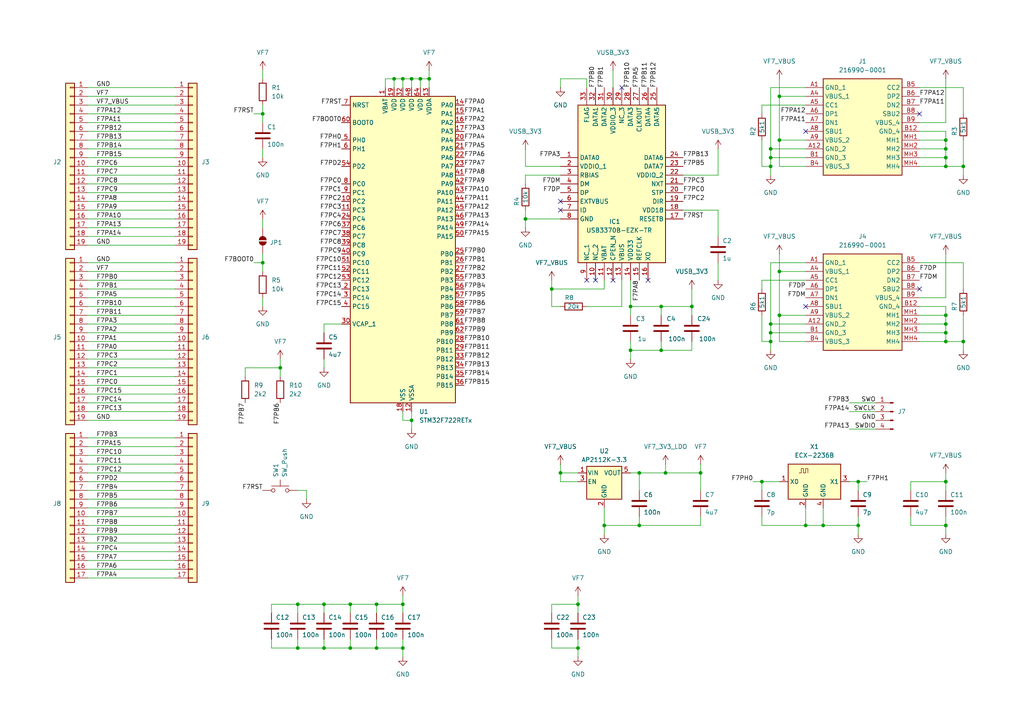
<source format=kicad_sch>
(kicad_sch (version 20231120) (generator "eeschema") (generator_version "8.0")
  (paper "A4")
  (junction (at 274.32 40.64))
  (junction (at 274.32 139.7))
  (junction (at 233.68 152.4))
  (junction (at 223.52 99.06))
  (junction (at 109.22 175.26))
  (junction (at 274.32 96.52))
  (junction (at 200.66 88.9))
  (junction (at 238.76 152.4))
  (junction (at 191.77 88.9))
  (junction (at 223.52 93.98))
  (junction (at 116.84 175.26))
  (junction (at 160.02 83.82))
  (junction (at 175.26 152.4))
  (junction (at 279.4 99.06))
  (junction (at 81.28 106.68))
  (junction (at 226.06 78.74))
  (junction (at 274.32 152.4))
  (junction (at 274.32 45.72))
  (junction (at 185.42 137.16))
  (junction (at 223.52 43.18))
  (junction (at 220.98 139.7))
  (junction (at 162.56 137.16))
  (junction (at 124.46 22.86))
  (junction (at 203.2 137.16))
  (junction (at 109.22 187.96))
  (junction (at 248.92 152.4))
  (junction (at 93.98 175.26))
  (junction (at 76.2 76.2))
  (junction (at 119.38 121.92))
  (junction (at 223.52 45.72))
  (junction (at 121.92 22.86))
  (junction (at 274.32 91.44))
  (junction (at 226.06 27.94))
  (junction (at 279.4 48.26))
  (junction (at 226.06 91.44))
  (junction (at 152.4 63.5))
  (junction (at 116.84 187.96))
  (junction (at 223.52 48.26))
  (junction (at 93.98 187.96))
  (junction (at 114.3 22.86))
  (junction (at 116.84 22.86))
  (junction (at 191.77 101.6))
  (junction (at 274.32 43.18))
  (junction (at 223.52 96.52))
  (junction (at 167.64 175.26))
  (junction (at 167.64 187.96))
  (junction (at 182.88 101.6))
  (junction (at 274.32 99.06))
  (junction (at 86.36 175.26))
  (junction (at 274.32 93.98))
  (junction (at 86.36 187.96))
  (junction (at 76.2 33.02))
  (junction (at 226.06 40.64))
  (junction (at 193.04 137.16))
  (junction (at 101.6 187.96))
  (junction (at 185.42 152.4))
  (junction (at 101.6 175.26))
  (junction (at 182.88 88.9))
  (junction (at 248.92 139.7))
  (junction (at 274.32 48.26))
  (junction (at 119.38 22.86))
  (no_connect (at 177.8 81.28))
  (no_connect (at 266.7 33.02))
  (no_connect (at 266.7 83.82))
  (no_connect (at 233.68 88.9))
  (no_connect (at 233.68 38.1))
  (no_connect (at 162.56 58.42))
  (no_connect (at 180.34 25.4))
  (no_connect (at 162.56 60.96))
  (no_connect (at 187.96 81.28))
  (no_connect (at 170.18 81.28))
  (no_connect (at 172.72 81.28))
  (wire (pts (xy 274.32 45.72) (xy 274.32 43.18)))
  (wire (pts (xy 162.56 134.62) (xy 162.56 137.16)))
  (wire (pts (xy 264.16 139.7) (xy 274.32 139.7)))
  (wire (pts (xy 274.32 38.1) (xy 266.7 38.1)))
  (wire (pts (xy 25.4 40.64) (xy 50.8 40.64)))
  (wire (pts (xy 162.56 139.7) (xy 167.64 139.7)))
  (wire (pts (xy 50.8 167.64) (xy 25.4 167.64)))
  (wire (pts (xy 86.36 142.24) (xy 88.9 142.24)))
  (wire (pts (xy 50.8 129.54) (xy 25.4 129.54)))
  (wire (pts (xy 167.64 185.42) (xy 167.64 187.96)))
  (wire (pts (xy 50.8 165.1) (xy 25.4 165.1)))
  (wire (pts (xy 226.06 99.06) (xy 226.06 91.44)))
  (wire (pts (xy 274.32 152.4) (xy 274.32 149.86)))
  (wire (pts (xy 185.42 137.16) (xy 193.04 137.16)))
  (wire (pts (xy 160.02 88.9) (xy 162.56 88.9)))
  (wire (pts (xy 182.88 137.16) (xy 185.42 137.16)))
  (wire (pts (xy 73.66 33.02) (xy 76.2 33.02)))
  (wire (pts (xy 50.8 111.76) (xy 25.4 111.76)))
  (wire (pts (xy 88.9 142.24) (xy 88.9 144.78)))
  (wire (pts (xy 50.8 91.44) (xy 25.4 91.44)))
  (wire (pts (xy 160.02 175.26) (xy 160.02 177.8)))
  (wire (pts (xy 50.8 81.28) (xy 25.4 81.28)))
  (wire (pts (xy 76.2 73.66) (xy 76.2 76.2)))
  (wire (pts (xy 223.52 45.72) (xy 233.68 45.72)))
  (wire (pts (xy 220.98 48.26) (xy 223.52 48.26)))
  (wire (pts (xy 279.4 48.26) (xy 279.4 40.64)))
  (wire (pts (xy 233.68 43.18) (xy 223.52 43.18)))
  (wire (pts (xy 266.7 99.06) (xy 274.32 99.06)))
  (wire (pts (xy 203.2 137.16) (xy 193.04 137.16)))
  (wire (pts (xy 274.32 96.52) (xy 274.32 93.98)))
  (wire (pts (xy 50.8 104.14) (xy 25.4 104.14)))
  (wire (pts (xy 233.68 91.44) (xy 226.06 91.44)))
  (wire (pts (xy 93.98 104.14) (xy 93.98 106.68)))
  (wire (pts (xy 220.98 149.86) (xy 220.98 152.4)))
  (wire (pts (xy 50.8 93.98) (xy 25.4 93.98)))
  (wire (pts (xy 50.8 127) (xy 25.4 127)))
  (wire (pts (xy 223.52 25.4) (xy 223.52 43.18)))
  (wire (pts (xy 50.8 139.7) (xy 25.4 139.7)))
  (wire (pts (xy 233.68 25.4) (xy 223.52 25.4)))
  (wire (pts (xy 200.66 83.82) (xy 200.66 88.9)))
  (wire (pts (xy 279.4 33.02) (xy 279.4 25.4)))
  (wire (pts (xy 50.8 78.74) (xy 25.4 78.74)))
  (wire (pts (xy 246.38 124.46) (xy 254 124.46)))
  (wire (pts (xy 121.92 22.86) (xy 121.92 25.4)))
  (wire (pts (xy 279.4 76.2) (xy 266.7 76.2)))
  (wire (pts (xy 177.8 20.32) (xy 177.8 25.4)))
  (wire (pts (xy 266.7 40.64) (xy 274.32 40.64)))
  (wire (pts (xy 266.7 45.72) (xy 274.32 45.72)))
  (wire (pts (xy 25.4 33.02) (xy 50.8 33.02)))
  (wire (pts (xy 274.32 86.36) (xy 274.32 73.66)))
  (wire (pts (xy 191.77 101.6) (xy 191.77 99.06)))
  (wire (pts (xy 50.8 96.52) (xy 25.4 96.52)))
  (wire (pts (xy 116.84 22.86) (xy 119.38 22.86)))
  (wire (pts (xy 152.4 63.5) (xy 152.4 66.04)))
  (wire (pts (xy 274.32 91.44) (xy 274.32 88.9)))
  (wire (pts (xy 50.8 160.02) (xy 25.4 160.02)))
  (wire (pts (xy 152.4 48.26) (xy 162.56 48.26)))
  (wire (pts (xy 274.32 93.98) (xy 274.32 91.44)))
  (wire (pts (xy 233.68 147.32) (xy 233.68 152.4)))
  (wire (pts (xy 50.8 142.24) (xy 25.4 142.24)))
  (wire (pts (xy 119.38 121.92) (xy 116.84 121.92)))
  (wire (pts (xy 162.56 22.86) (xy 170.18 22.86)))
  (wire (pts (xy 220.98 81.28) (xy 233.68 81.28)))
  (wire (pts (xy 114.3 25.4) (xy 114.3 22.86)))
  (wire (pts (xy 220.98 30.48) (xy 233.68 30.48)))
  (wire (pts (xy 233.68 152.4) (xy 238.76 152.4)))
  (wire (pts (xy 223.52 76.2) (xy 223.52 93.98)))
  (wire (pts (xy 185.42 149.86) (xy 185.42 152.4)))
  (wire (pts (xy 25.4 58.42) (xy 50.8 58.42)))
  (wire (pts (xy 220.98 139.7) (xy 226.06 139.7)))
  (wire (pts (xy 233.68 78.74) (xy 226.06 78.74)))
  (wire (pts (xy 233.68 99.06) (xy 226.06 99.06)))
  (wire (pts (xy 50.8 114.3) (xy 25.4 114.3)))
  (wire (pts (xy 208.28 60.96) (xy 208.28 68.58)))
  (wire (pts (xy 81.28 106.68) (xy 81.28 109.22)))
  (wire (pts (xy 167.64 172.72) (xy 167.64 175.26)))
  (wire (pts (xy 233.68 76.2) (xy 223.52 76.2)))
  (wire (pts (xy 124.46 25.4) (xy 124.46 22.86)))
  (wire (pts (xy 116.84 187.96) (xy 116.84 190.5)))
  (wire (pts (xy 78.74 175.26) (xy 78.74 177.8)))
  (wire (pts (xy 274.32 152.4) (xy 264.16 152.4)))
  (wire (pts (xy 182.88 91.44) (xy 182.88 88.9)))
  (wire (pts (xy 274.32 152.4) (xy 274.32 154.94)))
  (wire (pts (xy 76.2 43.18) (xy 76.2 45.72)))
  (wire (pts (xy 208.28 43.18) (xy 208.28 50.8)))
  (wire (pts (xy 167.64 175.26) (xy 160.02 175.26)))
  (wire (pts (xy 170.18 88.9) (xy 180.34 88.9)))
  (wire (pts (xy 246.38 139.7) (xy 248.92 139.7)))
  (wire (pts (xy 50.8 86.36) (xy 25.4 86.36)))
  (wire (pts (xy 279.4 25.4) (xy 266.7 25.4)))
  (wire (pts (xy 274.32 99.06) (xy 274.32 96.52)))
  (wire (pts (xy 50.8 88.9) (xy 25.4 88.9)))
  (wire (pts (xy 223.52 96.52) (xy 233.68 96.52)))
  (wire (pts (xy 25.4 60.96) (xy 50.8 60.96)))
  (wire (pts (xy 25.4 38.1) (xy 50.8 38.1)))
  (wire (pts (xy 220.98 99.06) (xy 223.52 99.06)))
  (wire (pts (xy 200.66 101.6) (xy 191.77 101.6)))
  (wire (pts (xy 50.8 132.08) (xy 25.4 132.08)))
  (wire (pts (xy 93.98 175.26) (xy 93.98 177.8)))
  (wire (pts (xy 76.2 33.02) (xy 76.2 35.56)))
  (wire (pts (xy 152.4 50.8) (xy 162.56 50.8)))
  (wire (pts (xy 274.32 35.56) (xy 274.32 22.86)))
  (wire (pts (xy 160.02 81.28) (xy 160.02 83.82)))
  (wire (pts (xy 175.26 81.28) (xy 175.26 83.82)))
  (wire (pts (xy 175.26 83.82) (xy 160.02 83.82)))
  (wire (pts (xy 182.88 99.06) (xy 182.88 101.6)))
  (wire (pts (xy 109.22 175.26) (xy 101.6 175.26)))
  (wire (pts (xy 93.98 185.42) (xy 93.98 187.96)))
  (wire (pts (xy 208.28 76.2) (xy 208.28 81.28)))
  (wire (pts (xy 50.8 106.68) (xy 25.4 106.68)))
  (wire (pts (xy 203.2 152.4) (xy 203.2 149.86)))
  (wire (pts (xy 266.7 86.36) (xy 274.32 86.36)))
  (wire (pts (xy 226.06 27.94) (xy 226.06 22.86)))
  (wire (pts (xy 220.98 40.64) (xy 220.98 48.26)))
  (wire (pts (xy 101.6 175.26) (xy 101.6 177.8)))
  (wire (pts (xy 185.42 152.4) (xy 203.2 152.4)))
  (wire (pts (xy 264.16 149.86) (xy 264.16 152.4)))
  (wire (pts (xy 162.56 25.4) (xy 162.56 22.86)))
  (wire (pts (xy 101.6 187.96) (xy 109.22 187.96)))
  (wire (pts (xy 226.06 78.74) (xy 226.06 73.66)))
  (wire (pts (xy 220.98 91.44) (xy 220.98 99.06)))
  (wire (pts (xy 50.8 119.38) (xy 25.4 119.38)))
  (wire (pts (xy 50.8 137.16) (xy 25.4 137.16)))
  (wire (pts (xy 109.22 187.96) (xy 116.84 187.96)))
  (wire (pts (xy 50.8 109.22) (xy 25.4 109.22)))
  (wire (pts (xy 50.8 101.6) (xy 25.4 101.6)))
  (wire (pts (xy 246.38 119.38) (xy 254 119.38)))
  (wire (pts (xy 76.2 33.02) (xy 76.2 30.48)))
  (wire (pts (xy 50.8 134.62) (xy 25.4 134.62)))
  (wire (pts (xy 116.84 185.42) (xy 116.84 187.96)))
  (wire (pts (xy 152.4 60.96) (xy 152.4 63.5)))
  (wire (pts (xy 167.64 187.96) (xy 167.64 190.5)))
  (wire (pts (xy 208.28 60.96) (xy 198.12 60.96)))
  (wire (pts (xy 116.84 119.38) (xy 116.84 121.92)))
  (wire (pts (xy 246.38 116.84) (xy 254 116.84)))
  (wire (pts (xy 274.32 139.7) (xy 274.32 142.24)))
  (wire (pts (xy 193.04 134.62) (xy 193.04 137.16)))
  (wire (pts (xy 233.68 93.98) (xy 223.52 93.98)))
  (wire (pts (xy 191.77 88.9) (xy 200.66 88.9)))
  (wire (pts (xy 152.4 43.18) (xy 152.4 48.26)))
  (wire (pts (xy 279.4 99.06) (xy 279.4 91.44)))
  (wire (pts (xy 233.68 27.94) (xy 226.06 27.94)))
  (wire (pts (xy 101.6 185.42) (xy 101.6 187.96)))
  (wire (pts (xy 266.7 96.52) (xy 274.32 96.52)))
  (wire (pts (xy 274.32 43.18) (xy 274.32 40.64)))
  (wire (pts (xy 233.68 48.26) (xy 226.06 48.26)))
  (wire (pts (xy 25.4 48.26) (xy 50.8 48.26)))
  (wire (pts (xy 86.36 187.96) (xy 93.98 187.96)))
  (wire (pts (xy 226.06 48.26) (xy 226.06 40.64)))
  (wire (pts (xy 25.4 27.94) (xy 50.8 27.94)))
  (wire (pts (xy 50.8 147.32) (xy 25.4 147.32)))
  (wire (pts (xy 182.88 101.6) (xy 191.77 101.6)))
  (wire (pts (xy 200.66 88.9) (xy 200.66 91.44)))
  (wire (pts (xy 233.68 40.64) (xy 226.06 40.64)))
  (wire (pts (xy 25.4 63.5) (xy 50.8 63.5)))
  (wire (pts (xy 162.56 63.5) (xy 152.4 63.5)))
  (wire (pts (xy 25.4 35.56) (xy 50.8 35.56)))
  (wire (pts (xy 71.12 106.68) (xy 71.12 109.22)))
  (wire (pts (xy 223.52 43.18) (xy 223.52 45.72)))
  (wire (pts (xy 274.32 40.64) (xy 274.32 38.1)))
  (wire (pts (xy 81.28 106.68) (xy 71.12 106.68)))
  (wire (pts (xy 78.74 185.42) (xy 78.74 187.96)))
  (wire (pts (xy 76.2 20.32) (xy 76.2 22.86)))
  (wire (pts (xy 119.38 22.86) (xy 121.92 22.86)))
  (wire (pts (xy 223.52 50.8) (xy 223.52 48.26)))
  (wire (pts (xy 76.2 76.2) (xy 76.2 78.74)))
  (wire (pts (xy 93.98 96.52) (xy 93.98 93.98)))
  (wire (pts (xy 78.74 187.96) (xy 86.36 187.96)))
  (wire (pts (xy 175.26 152.4) (xy 185.42 152.4)))
  (wire (pts (xy 119.38 119.38) (xy 119.38 121.92)))
  (wire (pts (xy 116.84 175.26) (xy 109.22 175.26)))
  (wire (pts (xy 218.44 139.7) (xy 220.98 139.7)))
  (wire (pts (xy 160.02 187.96) (xy 167.64 187.96)))
  (wire (pts (xy 73.66 76.2) (xy 76.2 76.2)))
  (wire (pts (xy 226.06 91.44) (xy 226.06 78.74)))
  (wire (pts (xy 25.4 66.04) (xy 50.8 66.04)))
  (wire (pts (xy 248.92 152.4) (xy 248.92 154.94)))
  (wire (pts (xy 266.7 43.18) (xy 274.32 43.18)))
  (wire (pts (xy 220.98 152.4) (xy 233.68 152.4)))
  (wire (pts (xy 248.92 139.7) (xy 248.92 142.24)))
  (wire (pts (xy 162.56 137.16) (xy 162.56 139.7)))
  (wire (pts (xy 76.2 63.5) (xy 76.2 66.04)))
  (wire (pts (xy 279.4 83.82) (xy 279.4 76.2)))
  (wire (pts (xy 266.7 48.26) (xy 274.32 48.26)))
  (wire (pts (xy 200.66 99.06) (xy 200.66 101.6)))
  (wire (pts (xy 119.38 22.86) (xy 119.38 25.4)))
  (wire (pts (xy 25.4 43.18) (xy 50.8 43.18)))
  (wire (pts (xy 182.88 101.6) (xy 182.88 104.14)))
  (wire (pts (xy 160.02 83.82) (xy 160.02 88.9)))
  (wire (pts (xy 50.8 162.56) (xy 25.4 162.56)))
  (wire (pts (xy 175.26 152.4) (xy 175.26 154.94)))
  (wire (pts (xy 160.02 185.42) (xy 160.02 187.96)))
  (wire (pts (xy 81.28 104.14) (xy 81.28 106.68)))
  (wire (pts (xy 203.2 137.16) (xy 203.2 142.24)))
  (wire (pts (xy 116.84 172.72) (xy 116.84 175.26)))
  (wire (pts (xy 180.34 88.9) (xy 180.34 81.28)))
  (wire (pts (xy 274.32 48.26) (xy 274.32 45.72)))
  (wire (pts (xy 25.4 71.12) (xy 50.8 71.12)))
  (wire (pts (xy 93.98 175.26) (xy 86.36 175.26)))
  (wire (pts (xy 25.4 45.72) (xy 50.8 45.72)))
  (wire (pts (xy 182.88 81.28) (xy 182.88 88.9)))
  (wire (pts (xy 109.22 175.26) (xy 109.22 177.8)))
  (wire (pts (xy 111.76 22.86) (xy 114.3 22.86)))
  (wire (pts (xy 185.42 137.16) (xy 185.42 142.24)))
  (wire (pts (xy 116.84 175.26) (xy 116.84 177.8)))
  (wire (pts (xy 248.92 139.7) (xy 251.46 139.7)))
  (wire (pts (xy 238.76 147.32) (xy 238.76 152.4)))
  (wire (pts (xy 223.52 93.98) (xy 223.52 96.52)))
  (wire (pts (xy 50.8 116.84) (xy 25.4 116.84)))
  (wire (pts (xy 248.92 152.4) (xy 248.92 149.86)))
  (wire (pts (xy 266.7 35.56) (xy 274.32 35.56)))
  (wire (pts (xy 274.32 88.9) (xy 266.7 88.9)))
  (wire (pts (xy 279.4 99.06) (xy 279.4 101.6)))
  (wire (pts (xy 208.28 50.8) (xy 198.12 50.8)))
  (wire (pts (xy 50.8 121.92) (xy 25.4 121.92)))
  (wire (pts (xy 50.8 99.06) (xy 25.4 99.06)))
  (wire (pts (xy 124.46 22.86) (xy 121.92 22.86)))
  (wire (pts (xy 167.64 175.26) (xy 167.64 177.8)))
  (wire (pts (xy 182.88 88.9) (xy 191.77 88.9)))
  (wire (pts (xy 191.77 88.9) (xy 191.77 91.44)))
  (wire (pts (xy 25.4 25.4) (xy 50.8 25.4)))
  (wire (pts (xy 264.16 139.7) (xy 264.16 142.24)))
  (wire (pts (xy 50.8 83.82) (xy 25.4 83.82)))
  (wire (pts (xy 86.36 185.42) (xy 86.36 187.96)))
  (wire (pts (xy 25.4 68.58) (xy 50.8 68.58)))
  (wire (pts (xy 220.98 83.82) (xy 220.98 81.28)))
  (wire (pts (xy 119.38 121.92) (xy 119.38 124.46)))
  (wire (pts (xy 220.98 139.7) (xy 220.98 142.24)))
  (wire (pts (xy 50.8 149.86) (xy 25.4 149.86)))
  (wire (pts (xy 226.06 40.64) (xy 226.06 27.94)))
  (wire (pts (xy 25.4 50.8) (xy 50.8 50.8)))
  (wire (pts (xy 111.76 25.4) (xy 111.76 22.86)))
  (wire (pts (xy 50.8 154.94) (xy 25.4 154.94)))
  (wire (pts (xy 101.6 175.26) (xy 93.98 175.26)))
  (wire (pts (xy 279.4 48.26) (xy 279.4 50.8)))
  (wire (pts (xy 25.4 55.88) (xy 50.8 55.88)))
  (wire (pts (xy 86.36 175.26) (xy 78.74 175.26)))
  (wire (pts (xy 223.52 48.26) (xy 223.52 45.72)))
  (wire (pts (xy 266.7 93.98) (xy 274.32 93.98)))
  (wire (pts (xy 93.98 187.96) (xy 101.6 187.96)))
  (wire (pts (xy 93.98 93.98) (xy 99.06 93.98)))
  (wire (pts (xy 175.26 147.32) (xy 175.26 152.4)))
  (wire (pts (xy 76.2 86.36) (xy 76.2 88.9)))
  (wire (pts (xy 223.52 99.06) (xy 223.52 96.52)))
  (wire (pts (xy 50.8 76.2) (xy 25.4 76.2)))
  (wire (pts (xy 25.4 53.34) (xy 50.8 53.34)))
  (wire (pts (xy 152.4 53.34) (xy 152.4 50.8)))
  (wire (pts (xy 266.7 91.44) (xy 274.32 91.44)))
  (wire (pts (xy 114.3 22.86) (xy 116.84 22.86)))
  (wire (pts (xy 50.8 152.4) (xy 25.4 152.4)))
  (wire (pts (xy 170.18 22.86) (xy 170.18 25.4)))
  (wire (pts (xy 116.84 22.86) (xy 116.84 25.4)))
  (wire (pts (xy 238.76 152.4) (xy 248.92 152.4)))
  (wire (pts (xy 167.64 137.16) (xy 162.56 137.16)))
  (wire (pts (xy 124.46 20.32) (xy 124.46 22.86)))
  (wire (pts (xy 220.98 33.02) (xy 220.98 30.48)))
  (wire (pts (xy 25.4 30.48) (xy 50.8 30.48)))
  (wire (pts (xy 50.8 157.48) (xy 25.4 157.48)))
  (wire (pts (xy 86.36 175.26) (xy 86.36 177.8)))
  (wire (pts (xy 274.32 99.06) (xy 279.4 99.06)))
  (wire (pts (xy 274.32 137.16) (xy 274.32 139.7)))
  (wire (pts (xy 274.32 48.26) (xy 279.4 48.26)))
  (wire (pts (xy 203.2 134.62) (xy 203.2 137.16)))
  (wire (pts (xy 50.8 144.78) (xy 25.4 144.78)))
  (wire (pts (xy 109.22 185.42) (xy 109.22 187.96)))
  (wire (pts (xy 223.52 101.6) (xy 223.52 99.06)))
  (label "VF7" (at 27.94 78.74 0))
  (label "F7PB11" (at 187.96 25.4 90))
  (label "F7PB3" (at 134.62 81.28 0))
  (label "F7PB7" (at 134.62 91.44 0))
  (label "F7DP" (at 233.68 83.82 180))
  (label "SWO" (at 254 116.84 180))
  (label "F7PB9" (at 27.94 154.94 0))
  (label "F7PA14" (at 134.62 66.04 0))
  (label "F7PC7" (at 99.06 68.58 180))
  (label "F7PA13" (at 246.38 124.46 180))
  (label "F7PA8" (at 27.94 58.42 0))
  (label "F7PB1" (at 175.26 25.4 90))
  (label "GND" (at 27.94 76.2 0))
  (label "F7PB5" (at 27.94 144.78 0))
  (label "F7PC1" (at 99.06 55.88 180))
  (label "F7PB12" (at 190.5 25.4 90))
  (label "F7PC0" (at 27.94 111.76 0))
  (label "F7PC6" (at 99.06 66.04 180))
  (label "F7PB7" (at 27.94 149.86 0))
  (label "F7PB1" (at 134.62 76.2 0))
  (label "F7PC3" (at 198.12 53.34 0))
  (label "F7PB0" (at 172.72 25.4 90))
  (label "F7PC15" (at 27.94 114.3 0))
  (label "F7PH1" (at 251.46 139.7 0))
  (label "F7PA7" (at 27.94 162.56 0))
  (label "F7PH0" (at 99.06 40.64 180))
  (label "F7PB0" (at 27.94 81.28 0))
  (label "F7PA2" (at 27.94 96.52 0))
  (label "F7PA11" (at 27.94 35.56 0))
  (label "F7PA11" (at 134.62 58.42 0))
  (label "F7PA1" (at 134.62 33.02 0))
  (label "F7PB6" (at 27.94 147.32 0))
  (label "F7PB15" (at 27.94 45.72 0))
  (label "F7PC8" (at 27.94 53.34 0))
  (label "F7PB9" (at 134.62 96.52 0))
  (label "F7RST" (at 198.12 63.5 0))
  (label "F7PB3" (at 246.38 116.84 180))
  (label "F7PC12" (at 99.06 81.28 180))
  (label "F7PB1" (at 27.94 83.82 0))
  (label "F7PC10" (at 99.06 76.2 180))
  (label "F7PA7" (at 134.62 48.26 0))
  (label "F7PA0" (at 27.94 101.6 0))
  (label "F7PB13" (at 134.62 106.68 0))
  (label "F7PC2" (at 99.06 58.42 180))
  (label "F7PA14" (at 27.94 68.58 0))
  (label "F7PA5" (at 185.42 25.4 90))
  (label "F7PB10" (at 182.88 25.4 90))
  (label "F7PC0" (at 198.12 55.88 0))
  (label "F7PB5" (at 134.62 86.36 0))
  (label "F7PC10" (at 27.94 132.08 0))
  (label "F7DM" (at 162.56 53.34 180))
  (label "SWDIO" (at 254 124.46 180))
  (label "F7PB12" (at 27.94 38.1 0))
  (label "F7PA6" (at 134.62 45.72 0))
  (label "GND" (at 27.94 71.12 0))
  (label "F7PC14" (at 27.94 116.84 0))
  (label "F7PA12" (at 266.7 27.94 0))
  (label "F7RST" (at 73.66 33.02 180))
  (label "F7PD2" (at 27.94 139.7 0))
  (label "F7PB10" (at 27.94 88.9 0))
  (label "F7PH0" (at 218.44 139.7 180))
  (label "F7DM" (at 233.68 86.36 180))
  (label "F7PA1" (at 27.94 99.06 0))
  (label "F7PC1" (at 27.94 109.22 0))
  (label "F7PC6" (at 27.94 48.26 0))
  (label "F7PB10" (at 134.62 99.06 0))
  (label "F7PB4" (at 134.62 83.82 0))
  (label "VF7_VBUS" (at 27.94 30.48 0))
  (label "F7PC13" (at 27.94 119.38 0))
  (label "F7RST" (at 99.06 30.48 180))
  (label "GND" (at 27.94 25.4 0))
  (label "VF7" (at 27.94 27.94 0))
  (label "F7PA13" (at 27.94 66.04 0))
  (label "F7PB2" (at 134.62 78.74 0))
  (label "F7PA12" (at 233.68 33.02 180))
  (label "GND" (at 254 121.92 180))
  (label "F7PB4" (at 27.94 142.24 0))
  (label "F7PB7" (at 71.12 116.84 270))
  (label "F7PA8" (at 185.42 81.28 270))
  (label "F7PD2" (at 99.06 48.26 180))
  (label "F7PB0" (at 134.62 73.66 0))
  (label "F7PA5" (at 27.94 86.36 0))
  (label "SWCLK" (at 254 119.38 180))
  (label "F7PB11" (at 134.62 101.6 0))
  (label "F7PB2" (at 27.94 157.48 0))
  (label "F7PB13" (at 27.94 40.64 0))
  (label "F7PB14" (at 27.94 43.18 0))
  (label "F7PA10" (at 134.62 55.88 0))
  (label "F7PB6" (at 81.28 116.84 270))
  (label "F7PA4" (at 134.62 40.64 0))
  (label "F7DP" (at 162.56 55.88 180))
  (label "F7PA6" (at 27.94 165.1 0))
  (label "F7PA3" (at 134.62 38.1 0))
  (label "F7PA11" (at 233.68 35.56 180))
  (label "F7PC12" (at 27.94 137.16 0))
  (label "F7PA15" (at 27.94 129.54 0))
  (label "F7PB3" (at 27.94 127 0))
  (label "F7PC9" (at 99.06 73.66 180))
  (label "F7PC3" (at 27.94 104.14 0))
  (label "F7BOOT0" (at 99.06 35.56 180))
  (label "F7PC0" (at 99.06 53.34 180))
  (label "F7PB13" (at 198.12 45.72 0))
  (label "F7PA14" (at 246.38 119.38 180))
  (label "F7PB12" (at 134.62 104.14 0))
  (label "F7PC2" (at 27.94 106.68 0))
  (label "F7PA4" (at 27.94 167.64 0))
  (label "F7PC8" (at 99.06 71.12 180))
  (label "F7PB6" (at 134.62 88.9 0))
  (label "F7PB11" (at 27.94 91.44 0))
  (label "F7PB8" (at 27.94 152.4 0))
  (label "F7PA2" (at 134.62 35.56 0))
  (label "F7PC2" (at 198.12 58.42 0))
  (label "F7PB5" (at 198.12 48.26 0))
  (label "F7PA13" (at 134.62 63.5 0))
  (label "F7PA3" (at 162.56 45.72 180))
  (label "F7DM" (at 266.7 81.28 0))
  (label "F7PA5" (at 134.62 43.18 0))
  (label "F7PC15" (at 99.06 88.9 180))
  (label "F7PB15" (at 134.62 111.76 0))
  (label "F7PA12" (at 134.62 60.96 0))
  (label "F7PC3" (at 99.06 60.96 180))
  (label "F7PC13" (at 99.06 83.82 180))
  (label "F7PA8" (at 134.62 50.8 0))
  (label "F7PC11" (at 99.06 78.74 180))
  (label "F7DP" (at 266.7 78.74 0))
  (label "F7PB14" (at 134.62 109.22 0))
  (label "F7PA9" (at 134.62 53.34 0))
  (label "F7PC4" (at 27.94 160.02 0))
  (label "F7BOOT0" (at 73.66 76.2 180))
  (label "F7PA9" (at 27.94 60.96 0))
  (label "F7PC9" (at 27.94 55.88 0))
  (label "F7PA12" (at 27.94 33.02 0))
  (label "F7PC7" (at 27.94 50.8 0))
  (label "F7PA10" (at 27.94 63.5 0))
  (label "F7PC11" (at 27.94 134.62 0))
  (label "F7PH1" (at 99.06 43.18 180))
  (label "F7RST" (at 76.2 142.24 180))
  (label "GND" (at 27.94 121.92 0))
  (label "F7PC14" (at 99.06 86.36 180))
  (label "F7PA3" (at 27.94 93.98 0))
  (label "F7PA11" (at 266.7 30.48 0))
  (label "F7PB8" (at 134.62 93.98 0))
  (label "F7PA0" (at 134.62 30.48 0))
  (label "F7PA15" (at 134.62 68.58 0))
  (label "F7PC4" (at 99.06 63.5 180))
  (symbol (lib_id "power:+3V3") (at 116.84 172.72 0) (unit 1)
    (property "Reference" "#PWR032" (effects (hide yes)))
    (property "Value" "VF7" (at 116.84 167.64 0))
    (property "Description" "Power symbol creates a global label with name \"+3V3\"" (effects (hide yes)))
  )
  (symbol (lib_id "power:+3V3") (at 76.2 63.5 0) (unit 1)
    (property "Reference" "#PWR012" (effects (hide yes)))
    (property "Value" "VF7" (at 76.2 58.42 0))
    (property "Description" "Power symbol creates a global label with name \"+3V3\"" (effects (hide yes)))
  )
  (symbol (lib_id "Device:C") (at 191.77 95.25 0) (unit 1)
    (property "Reference" "C4" (at 193.294 92.456 0) (effects (justify left)))
    (property "Value" "100n" (at 193.802 98.298 0) (effects (justify left)))
    (property "Footprint" "Capacitor_SMD:C_0402_1005Metric" (effects (hide yes)))
    (property "Description" "Unpolarized capacitor" (effects (hide yes)))
  )
  (symbol (lib_id "Device:R") (at 220.98 36.83 0) (unit 1)
    (property "Reference" "R2" (at 218.44 38.1 90))
    (property "Value" "5k1" (at 220.98 36.83 90))
    (property "Footprint" "Resistor_SMD:R_0402_1005Metric" (effects (hide yes)))
    (property "Description" "Resistor" (effects (hide yes)))
  )
  (symbol (lib_id "power:GND") (at 76.2 45.72 0) (unit 1)
    (property "Reference" "#PWR09" (effects (hide yes)))
    (property "Value" "GND" (at 76.2 50.8 0))
    (property "Description" "Power symbol creates a global label with name \"GND\" , ground" (effects (hide yes)))
  )
  (symbol (lib_id "USB3370B-EZK-TR:USB3370B-EZK-TR") (at 162.56 45.72 0) (unit 1)
    (property "Reference" "IC1" (at 178.308 64.262 0))
    (property "Value" "USB3370B-EZK-TR" (at 179.578 66.802 0))
    (property "Footprint" "Library:QFN50P500X500X100-33N-D" (effects (hide yes)))
    (property "Datasheet" "https://ww1.microchip.com/downloads/en/DeviceDoc/00001915B.pdf" (effects (hide yes)))
    (property "Description" "USB Interface IC USB 2.0 PHY 19.2MHz XTAL CLOCK FREQ" (effects (hide yes)))
    (property "Height" "1" (effects (hide yes)))
    (property "Mouser Part Number" "886-USB3370B-EZK-TR" (effects (hide yes)))
    (property "Mouser Price/Stock" "https://www.mouser.co.uk/ProductDetail/Microchip-Technology/USB3370B-EZK-TR?qs=pA5MXup5wxEDrRggPLSPxw%3D%3D" (effects (hide yes)))
    (property "Manufacturer_Name" "Microchip" (effects (hide yes)))
    (property "Manufacturer_Part_Number" "USB3370B-EZK-TR" (effects (hide yes)))
  )
  (symbol (lib_id "Device:R") (at 81.28 113.03 0) (unit 1)
    (property "Reference" "R10" (at 83.82 111.7599 0) (effects (justify left)))
    (property "Value" "2k2" (at 83.82 114.2999 0) (effects (justify left)))
    (property "Footprint" "Resistor_SMD:R_0402_1005Metric" (effects (hide yes)))
    (property "Description" "Resistor" (effects (hide yes)))
  )
  (symbol (lib_id "power:VDD") (at 274.32 73.66 0) (unit 1)
    (property "Reference" "#PWR015" (effects (hide yes)))
    (property "Value" "VF7_VBUS" (at 274.32 68.58 0))
    (property "Description" "Power symbol creates a global label with name \"VDD\"" (effects (hide yes)))
  )
  (symbol (lib_id "power:GND") (at 162.56 25.4 0) (unit 1)
    (property "Reference" "#PWR06" (effects (hide yes)))
    (property "Value" "GND" (at 162.56 30.48 0))
    (property "Description" "Power symbol creates a global label with name \"GND\" , ground" (effects (hide yes)))
  )
  (symbol (lib_id "power:+3V3") (at 193.04 134.62 0) (unit 1)
    (property "Reference" "#PWR027" (effects (hide yes)))
    (property "Value" "VF7_3V3_LDO" (at 193.04 129.54 0))
    (property "Description" "Power symbol creates a global label with name \"+3V3\"" (effects (hide yes)))
  )
  (symbol (lib_id "power:GND") (at 119.38 124.46 0) (unit 1)
    (property "Reference" "#PWR025" (effects (hide yes)))
    (property "Value" "GND" (at 119.38 129.54 0))
    (property "Description" "Power symbol creates a global label with name \"GND\" , ground" (effects (hide yes)))
  )
  (symbol (lib_id "power:GND") (at 223.52 50.8 0) (unit 1)
    (property "Reference" "#PWR010" (effects (hide yes)))
    (property "Value" "GND" (at 223.52 55.88 0))
    (property "Description" "Power symbol creates a global label with name \"GND\" , ground" (effects (hide yes)))
  )
  (symbol (lib_id "Device:C") (at 160.02 181.61 0) (unit 1)
    (property "Reference" "C22" (at 161.29 179.07 0) (effects (justify left)))
    (property "Value" "100n" (at 161.29 184.15 0) (effects (justify left)))
    (property "Footprint" "Capacitor_SMD:C_0402_1005Metric" (effects (hide yes)))
    (property "Description" "Unpolarized capacitor" (effects (hide yes)))
  )
  (symbol (lib_id "Connector_Generic:Conn_01x19") (at 20.32 48.26 0) (mirror y) (unit 1)
    (property "Reference" "J2" (at 17.78 46.9899 0) (effects (justify left)))
    (property "Value" "Conn_01x19" (effects (hide yes)))
    (property "Footprint" "Connector_PinHeader_2.54mm:PinHeader_1x19_P2.54mm_Vertical" (effects (hide yes)))
    (property "Description" "Generic connector, single row, 01x19, script generated (kicad-library-utils/schlib/autogen/connector/)" (effects (hide yes)))
  )
  (symbol (lib_id "power:+3V3") (at 76.2 20.32 0) (unit 1)
    (property "Reference" "#PWR01" (effects (hide yes)))
    (property "Value" "VF7" (at 76.2 15.24 0))
    (property "Description" "Power symbol creates a global label with name \"+3V3\"" (effects (hide yes)))
  )
  (symbol (lib_id "Device:C") (at 274.32 146.05 0) (unit 1)
    (property "Reference" "C11" (at 275.59 143.51 0) (effects (justify left)))
    (property "Value" "100n" (at 275.59 148.59 0) (effects (justify left)))
    (property "Footprint" "Capacitor_SMD:C_0402_1005Metric" (effects (hide yes)))
    (property "Description" "Unpolarized capacitor" (effects (hide yes)))
  )
  (symbol (lib_id "Device:C") (at 220.98 146.05 0) (unit 1)
    (property "Reference" "C8" (at 222.25 143.51 0) (effects (justify left)))
    (property "Value" "7p" (at 222.25 148.59 0) (effects (justify left)))
    (property "Footprint" "Capacitor_SMD:C_0402_1005Metric" (effects (hide yes)))
    (property "Description" "Unpolarized capacitor" (effects (hide yes)))
  )
  (symbol (lib_id "power:GND") (at 152.4 66.04 0) (unit 1)
    (property "Reference" "#PWR013" (effects (hide yes)))
    (property "Value" "GND" (at 152.4 71.12 0))
    (property "Description" "Power symbol creates a global label with name \"GND\" , ground" (effects (hide yes)))
  )
  (symbol (lib_id "power:+3V3") (at 81.28 104.14 0) (unit 1)
    (property "Reference" "#PWR022" (effects (hide yes)))
    (property "Value" "VF7" (at 81.28 99.06 0))
    (property "Description" "Power symbol creates a global label with name \"+3V3\"" (effects (hide yes)))
  )
  (symbol (lib_id "Device:R") (at 71.12 113.03 0) (unit 1)
    (property "Reference" "R9" (at 73.66 111.7599 0) (effects (justify left)))
    (property "Value" "2k2" (at 73.66 114.2999 0) (effects (justify left)))
    (property "Footprint" "Resistor_SMD:R_0402_1005Metric" (effects (hide yes)))
    (property "Description" "Resistor" (effects (hide yes)))
  )
  (symbol (lib_id "Device:C") (at 93.98 100.33 0) (unit 1)
    (property "Reference" "C5" (at 95.25 97.79 0) (effects (justify left)))
    (property "Value" "4u7" (at 95.25 102.87 0) (effects (justify left)))
    (property "Footprint" "Capacitor_SMD:C_0402_1005Metric" (effects (hide yes)))
    (property "Description" "Unpolarized capacitor" (effects (hide yes)))
  )
  (symbol (lib_id "power:VDD") (at 152.4 43.18 0) (unit 1)
    (property "Reference" "#PWR07" (effects (hide yes)))
    (property "Value" "VUSB_3V3" (at 152.4 38.1 0))
    (property "Description" "Power symbol creates a global label with name \"VDD\"" (effects (hide yes)))
  )
  (symbol (lib_id "216990-0001:216990-0001") (at 233.68 76.2 0) (unit 1)
    (property "Reference" "J4" (at 250.19 68.58 0))
    (property "Value" "216990-0001" (at 250.19 71.12 0))
    (property "Footprint" "Library:2169900001" (effects (hide yes)))
    (property "Datasheet" "https://www.molex.com/pdm_docs/sd/2169900001_sd.pdf" (effects (hide yes)))
    (property "Description" "MOLEX - 216990-0001 - USB Connector, USB Type C, USB 2.0, Receptacle, 16 Ways, Surface Mount, Right Angle{0000}" (effects (hide yes)))
    (property "Height" "3.36" (effects (hide yes)))
    (property "Mouser Part Number" "538-216990-0001" (effects (hide yes)))
    (property "Mouser Price/Stock" "https://www.mouser.co.uk/ProductDetail/Molex/216990-0001?qs=DRkmTr78QAS%252B9wQ3YlpV3Q%3D%3D" (effects (hide yes)))
    (property "Manufacturer_Name" "Molex" (effects (hide yes)))
    (property "Manufacturer_Part_Number" "216990-0001" (effects (hide yes)))
  )
  (symbol (lib_id "Connector_Generic:Conn_01x17") (at 55.88 147.32 0) (unit 1)
    (property "Reference" "J9" (at 58.42 146.0499 0) (effects (justify left)))
    (property "Value" "Conn_01x17" (effects (hide yes)))
    (property "Footprint" "Connector_PinSocket_2.00mm:PinSocket_1x17_P2.00mm_Vertical" (effects (hide yes)))
    (property "Description" "Generic connector, single row, 01x17, script generated (kicad-library-utils/schlib/autogen/connector/)" (effects (hide yes)))
  )
  (symbol (lib_id "power:+3V3") (at 167.64 172.72 0) (unit 1)
    (property "Reference" "#PWR033" (effects (hide yes)))
    (property "Value" "VF7" (at 167.64 167.64 0))
    (property "Description" "Power symbol creates a global label with name \"+3V3\"" (effects (hide yes)))
  )
  (symbol (lib_id "Connector_Generic:Conn_01x19") (at 55.88 99.06 0) (unit 1)
    (property "Reference" "J6" (at 58.42 97.7899 0) (effects (justify left)))
    (property "Value" "Conn_01x19" (effects (hide yes)))
    (property "Footprint" "Connector_PinSocket_2.00mm:PinSocket_1x19_P2.00mm_Vertical" (effects (hide yes)))
    (property "Description" "Generic connector, single row, 01x19, script generated (kicad-library-utils/schlib/autogen/connector/)" (effects (hide yes)))
  )
  (symbol (lib_id "Device:R") (at 220.98 87.63 0) (unit 1)
    (property "Reference" "R6" (at 218.44 88.9 90))
    (property "Value" "5k1" (at 220.98 87.63 90))
    (property "Footprint" "Resistor_SMD:R_0402_1005Metric" (effects (hide yes)))
    (property "Description" "Resistor" (effects (hide yes)))
  )
  (symbol (lib_id "Device:C") (at 78.74 181.61 0) (unit 1)
    (property "Reference" "C12" (at 80.01 179.07 0) (effects (justify left)))
    (property "Value" "100n" (at 80.01 184.15 0) (effects (justify left)))
    (property "Footprint" "Capacitor_SMD:C_0402_1005Metric" (effects (hide yes)))
    (property "Description" "Unpolarized capacitor" (effects (hide yes)))
  )
  (symbol (lib_id "Regulator_Linear:AP2112K-3.3") (at 175.26 139.7 0) (unit 1)
    (property "Reference" "U2" (at 175.26 130.81 0))
    (property "Value" "AP2112K-3.3" (at 175.26 133.35 0))
    (property "Footprint" "Package_TO_SOT_SMD:SOT-23-5" (effects (hide yes)))
    (property "Datasheet" "https://www.diodes.com/assets/Datasheets/AP2112.pdf" (effects (hide yes)))
    (property "Description" "600mA low dropout linear regulator, with enable pin, 3.8V-6V input voltage range, 3.3V fixed positive output, SOT-23-5" (effects (hide yes)))
  )
  (symbol (lib_id "power:VDD") (at 226.06 22.86 0) (unit 1)
    (property "Reference" "#PWR04" (effects (hide yes)))
    (property "Value" "VF7_VBUS" (at 226.06 17.78 0))
    (property "Description" "Power symbol creates a global label with name \"VDD\"" (effects (hide yes)))
  )
  (symbol (lib_id "power:+3V3") (at 124.46 20.32 0) (unit 1)
    (property "Reference" "#PWR02" (effects (hide yes)))
    (property "Value" "VF7" (at 124.46 15.24 0))
    (property "Description" "Power symbol creates a global label with name \"+3V3\"" (effects (hide yes)))
  )
  (symbol (lib_id "Device:C") (at 208.28 72.39 0) (unit 1)
    (property "Reference" "C2" (at 209.55 69.85 0) (effects (justify left)))
    (property "Value" "1u" (at 209.55 74.93 0) (effects (justify left)))
    (property "Footprint" "Capacitor_SMD:C_0402_1005Metric" (effects (hide yes)))
    (property "Description" "Unpolarized capacitor" (effects (hide yes)))
  )
  (symbol (lib_id "ECX-2236B:ECX-2236B") (at 236.22 139.7 0) (unit 1)
    (property "Reference" "X1" (at 236.22 129.54 0))
    (property "Value" "ECX-2236B" (at 236.22 132.08 0))
    (property "Footprint" "Oscillator:Oscillator_SMD_ECS_2520MV-xxx-xx-4Pin_2.5x2.0mm" (effects (hide yes)))
    (property "Datasheet" "https://ecsxtal.com/store/pdf/ECX-2236B.pdf" (effects (hide yes)))
    (property "Description" "SMD Crystal" (effects (hide yes)))
  )
  (symbol (lib_id "power:VDD") (at 274.32 22.86 0) (unit 1)
    (property "Reference" "#PWR05" (effects (hide yes)))
    (property "Value" "VF7_VBUS" (at 274.32 17.78 0))
    (property "Description" "Power symbol creates a global label with name \"VDD\"" (effects (hide yes)))
  )
  (symbol (lib_id "Device:R") (at 279.4 87.63 0) (unit 1)
    (property "Reference" "R7" (at 276.86 88.9 90))
    (property "Value" "5k1" (at 279.4 87.63 90))
    (property "Footprint" "Resistor_SMD:R_0402_1005Metric" (effects (hide yes)))
    (property "Description" "Resistor" (effects (hide yes)))
  )
  (symbol (lib_id "power:GND") (at 93.98 106.68 0) (unit 1)
    (property "Reference" "#PWR024" (effects (hide yes)))
    (property "Value" "GND" (at 93.98 111.76 0))
    (property "Description" "Power symbol creates a global label with name \"GND\" , ground" (effects (hide yes)))
  )
  (symbol (lib_id "power:GND") (at 175.26 154.94 0) (unit 1)
    (property "Reference" "#PWR029" (effects (hide yes)))
    (property "Value" "GND" (at 175.26 160.02 0))
    (property "Description" "Power symbol creates a global label with name \"GND\" , ground" (effects (hide yes)))
  )
  (symbol (lib_id "power:GND") (at 167.64 190.5 0) (unit 1)
    (property "Reference" "#PWR035" (effects (hide yes)))
    (property "Value" "GND" (at 167.64 195.58 0))
    (property "Description" "Power symbol creates a global label with name \"GND\" , ground" (effects (hide yes)))
  )
  (symbol (lib_id "power:+3V3") (at 203.2 134.62 0) (unit 1)
    (property "Reference" "#PWR037" (effects (hide yes)))
    (property "Value" "VF7" (at 203.2 129.54 0))
    (property "Description" "Power symbol creates a global label with name \"+3V3\"" (effects (hide yes)))
  )
  (symbol (lib_id "power:GND") (at 208.28 81.28 0) (unit 1)
    (property "Reference" "#PWR017" (effects (hide yes)))
    (property "Value" "GND" (at 208.28 86.36 0))
    (property "Description" "Power symbol creates a global label with name \"GND\" , ground" (effects (hide yes)))
  )
  (symbol (lib_id "216990-0001:216990-0001") (at 233.68 25.4 0) (unit 1)
    (property "Reference" "J1" (at 250.19 17.78 0))
    (property "Value" "216990-0001" (at 250.19 20.32 0))
    (property "Footprint" "Library:2169900001" (effects (hide yes)))
    (property "Datasheet" "https://www.molex.com/pdm_docs/sd/2169900001_sd.pdf" (effects (hide yes)))
    (property "Description" "MOLEX - 216990-0001 - USB Connector, USB Type C, USB 2.0, Receptacle, 16 Ways, Surface Mount, Right Angle{0000}" (effects (hide yes)))
    (property "Height" "3.36" (effects (hide yes)))
    (property "Mouser Part Number" "538-216990-0001" (effects (hide yes)))
    (property "Mouser Price/Stock" "https://www.mouser.co.uk/ProductDetail/Molex/216990-0001?qs=DRkmTr78QAS%252B9wQ3YlpV3Q%3D%3D" (effects (hide yes)))
    (property "Manufacturer_Name" "Molex" (effects (hide yes)))
    (property "Manufacturer_Part_Number" "216990-0001" (effects (hide yes)))
  )
  (symbol (lib_id "Connector_Generic:Conn_01x19") (at 20.32 99.06 0) (mirror y) (unit 1)
    (property "Reference" "J5" (at 17.78 97.7899 0) (effects (justify left)))
    (property "Value" "Conn_01x19" (effects (hide yes)))
    (property "Footprint" "Connector_PinHeader_2.54mm:PinHeader_1x19_P2.54mm_Vertical" (effects (hide yes)))
    (property "Description" "Generic connector, single row, 01x19, script generated (kicad-library-utils/schlib/autogen/connector/)" (effects (hide yes)))
  )
  (symbol (lib_id "power:VDD") (at 226.06 73.66 0) (unit 1)
    (property "Reference" "#PWR014" (effects (hide yes)))
    (property "Value" "VF7_VBUS" (at 226.06 68.58 0))
    (property "Description" "Power symbol creates a global label with name \"VDD\"" (effects (hide yes)))
  )
  (symbol (lib_id "power:GND") (at 76.2 88.9 0) (unit 1)
    (property "Reference" "#PWR019" (effects (hide yes)))
    (property "Value" "GND" (at 76.2 93.98 0))
    (property "Description" "Power symbol creates a global label with name \"GND\" , ground" (effects (hide yes)))
  )
  (symbol (lib_id "MCU_ST_STM32F7:STM32F722RETx") (at 116.84 73.66 0) (unit 1)
    (property "Reference" "U1" (at 121.5741 119.38 0) (effects (justify left)))
    (property "Value" "STM32F722RETx" (at 121.5741 121.92 0) (effects (justify left)))
    (property "Footprint" "Package_QFP:LQFP-64_10x10mm_P0.5mm" (effects (hide yes)))
    (property "Datasheet" "https://www.st.com/resource/en/datasheet/stm32f722re.pdf" (effects (hide yes)))
    (property "Description" "STMicroelectronics Arm Cortex-M7 MCU, 512KB flash, 256KB RAM, 216 MHz, 1.7-3.6V, 50 GPIO, LQFP64" (effects (hide yes)))
  )
  (symbol (lib_id "Device:R") (at 76.2 82.55 0) (unit 1)
    (property "Reference" "R5" (at 78.74 81.2799 0) (effects (justify left)))
    (property "Value" "10k" (at 78.74 83.8199 0) (effects (justify left)))
    (property "Footprint" "Resistor_SMD:R_0402_1005Metric" (effects (hide yes)))
    (property "Description" "Resistor" (effects (hide yes)))
  )
  (symbol (lib_id "Device:C") (at 182.88 95.25 0) (unit 1)
    (property "Reference" "C3" (at 184.404 92.456 0) (effects (justify left)))
    (property "Value" "1u" (at 184.912 98.298 0) (effects (justify left)))
    (property "Footprint" "Capacitor_SMD:C_0402_1005Metric" (effects (hide yes)))
    (property "Description" "Unpolarized capacitor" (effects (hide yes)))
  )
  (symbol (lib_id "Switch:SW_Push") (at 81.28 142.24 0) (unit 1)
    (property "Reference" "SW1" (at 80.01 138.43 90) (effects (justify left)))
    (property "Value" "SW_Push" (at 82.55 138.43 90) (effects (justify left)))
    (property "Footprint" "Button_Switch_SMD:SW_Push_1P1T_NO_6x6mm_H9.5mm" (effects (hide yes)))
  )
  (symbol (lib_id "Device:R") (at 279.4 36.83 0) (unit 1)
    (property "Reference" "R3" (at 276.86 38.1 90))
    (property "Value" "5k1" (at 279.4 36.83 90))
    (property "Footprint" "Resistor_SMD:R_0402_1005Metric" (effects (hide yes)))
    (property "Description" "Resistor" (effects (hide yes)))
  )
  (symbol (lib_id "power:VDD") (at 177.8 20.32 0) (unit 1)
    (property "Reference" "#PWR03" (effects (hide yes)))
    (property "Value" "VUSB_3V3" (at 177.8 15.24 0))
    (property "Description" "Power symbol creates a global label with name \"VDD\"" (effects (hide yes)))
  )
  (symbol (lib_id "Device:C") (at 93.98 181.61 0) (unit 1)
    (property "Reference" "C14" (at 95.25 179.07 0) (effects (justify left)))
    (property "Value" "100n" (at 95.25 184.15 0) (effects (justify left)))
    (property "Footprint" "Capacitor_SMD:C_0402_1005Metric" (effects (hide yes)))
    (property "Description" "Unpolarized capacitor" (effects (hide yes)))
  )
  (symbol (lib_id "power:GND") (at 223.52 101.6 0) (unit 1)
    (property "Reference" "#PWR020" (effects (hide yes)))
    (property "Value" "GND" (at 223.52 106.68 0))
    (property "Description" "Power symbol creates a global label with name \"GND\" , ground" (effects (hide yes)))
  )
  (symbol (lib_id "power:GND") (at 279.4 50.8 0) (unit 1)
    (property "Reference" "#PWR011" (effects (hide yes)))
    (property "Value" "GND" (at 279.4 55.88 0))
    (property "Description" "Power symbol creates a global label with name \"GND\" , ground" (effects (hide yes)))
  )
  (symbol (lib_id "power:GND") (at 274.32 154.94 0) (unit 1)
    (property "Reference" "#PWR031" (effects (hide yes)))
    (property "Value" "GND" (at 274.32 160.02 0))
    (property "Description" "Power symbol creates a global label with name \"GND\" , ground" (effects (hide yes)))
  )
  (symbol (lib_id "Device:C") (at 264.16 146.05 0) (unit 1)
    (property "Reference" "C10" (at 265.43 143.51 0) (effects (justify left)))
    (property "Value" "4u7" (at 265.43 148.59 0) (effects (justify left)))
    (property "Footprint" "Capacitor_SMD:C_0402_1005Metric" (effects (hide yes)))
    (property "Description" "Unpolarized capacitor" (effects (hide yes)))
  )
  (symbol (lib_id "Device:R") (at 76.2 26.67 0) (unit 1)
    (property "Reference" "R1" (at 78.74 25.3999 0) (effects (justify left)))
    (property "Value" "10k" (at 78.74 27.9399 0) (effects (justify left)))
    (property "Footprint" "Resistor_SMD:R_0402_1005Metric" (effects (hide yes)))
    (property "Description" "Resistor" (effects (hide yes)))
  )
  (symbol (lib_id "Device:R") (at 166.37 88.9 270) (unit 1)
    (property "Reference" "R8" (at 165.1 86.36 90))
    (property "Value" "20k" (at 166.37 88.9 90))
    (property "Footprint" "Resistor_SMD:R_0402_1005Metric" (effects (hide yes)))
    (property "Description" "Resistor" (effects (hide yes)))
  )
  (symbol (lib_id "power:VDD") (at 208.28 43.18 0) (unit 1)
    (property "Reference" "#PWR08" (effects (hide yes)))
    (property "Value" "VUSB_3V3" (at 208.28 38.1 0))
    (property "Description" "Power symbol creates a global label with name \"VDD\"" (effects (hide yes)))
  )
  (symbol (lib_id "Device:C") (at 109.22 181.61 0) (unit 1)
    (property "Reference" "C16" (at 110.49 179.07 0) (effects (justify left)))
    (property "Value" "100n" (at 110.49 184.15 0) (effects (justify left)))
    (property "Footprint" "Capacitor_SMD:C_0402_1005Metric" (effects (hide yes)))
    (property "Description" "Unpolarized capacitor" (effects (hide yes)))
  )
  (symbol (lib_id "power:GND") (at 88.9 144.78 0) (unit 1)
    (property "Reference" "#PWR036" (effects (hide yes)))
    (property "Value" "GND" (at 88.9 149.86 0))
    (property "Description" "Power symbol creates a global label with name \"GND\" , ground" (effects (hide yes)))
  )
  (symbol (lib_id "Connector_Generic:Conn_01x17") (at 20.32 147.32 0) (mirror y) (unit 1)
    (property "Reference" "J8" (at 17.78 146.0499 0) (effects (justify left)))
    (property "Value" "Conn_01x17" (effects (hide yes)))
    (property "Footprint" "Connector_PinHeader_2.54mm:PinHeader_1x17_P2.54mm_Vertical" (effects (hide yes)))
    (property "Description" "Generic connector, single row, 01x17, script generated (kicad-library-utils/schlib/autogen/connector/)" (effects (hide yes)))
  )
  (symbol (lib_id "power:GND") (at 182.88 104.14 0) (unit 1)
    (property "Reference" "#PWR023" (effects (hide yes)))
    (property "Value" "GND" (at 182.88 109.22 0))
    (property "Description" "Power symbol creates a global label with name \"GND\" , ground" (effects (hide yes)))
  )
  (symbol (lib_id "power:GND") (at 279.4 101.6 0) (unit 1)
    (property "Reference" "#PWR021" (effects (hide yes)))
    (property "Value" "GND" (at 279.4 106.68 0))
    (property "Description" "Power symbol creates a global label with name \"GND\" , ground" (effects (hide yes)))
  )
  (symbol (lib_id "Jumper:SolderJumper_2_Open") (at 76.2 69.85 270) (unit 1)
    (property "Reference" "JP1" (at 78.232 70.358 90) (effects (justify left)))
    (property "Value" "SolderJumper_2_Open" (effects (hide yes)))
    (property "Footprint" "Jumper:SolderJumper-2_P1.3mm_Open_RoundedPad1.0x1.5mm" (effects (hide yes)))
    (property "Description" "Solder Jumper, 2-pole, open" (effects (hide yes)))
  )
  (symbol (lib_id "Device:C") (at 248.92 146.05 0) (unit 1)
    (property "Reference" "C9" (at 250.19 143.51 0) (effects (justify left)))
    (property "Value" "7p" (at 250.19 148.59 0) (effects (justify left)))
    (property "Footprint" "Capacitor_SMD:C_0402_1005Metric" (effects (hide yes)))
    (property "Description" "Unpolarized capacitor" (effects (hide yes)))
  )
  (symbol (lib_id "Device:C") (at 203.2 146.05 0) (unit 1)
    (property "Reference" "C7" (at 204.47 143.51 0) (effects (justify left)))
    (property "Value" "4u7" (at 204.47 148.59 0) (effects (justify left)))
    (property "Footprint" "Capacitor_SMD:C_0402_1005Metric" (effects (hide yes)))
    (property "Description" "Unpolarized capacitor" (effects (hide yes)))
  )
  (symbol (lib_id "Device:C") (at 86.36 181.61 0) (unit 1)
    (property "Reference" "C13" (at 87.63 179.07 0) (effects (justify left)))
    (property "Value" "100n" (at 87.63 184.15 0) (effects (justify left)))
    (property "Footprint" "Capacitor_SMD:C_0402_1005Metric" (effects (hide yes)))
    (property "Description" "Unpolarized capacitor" (effects (hide yes)))
  )
  (symbol (lib_id "Connector:Conn_01x04_Pin") (at 259.08 119.38 0) (mirror y) (unit 1)
    (property "Reference" "J7" (at 260.35 119.3799 0) (effects (justify right)))
    (property "Value" "Conn_01x04_Pin" (effects (hide yes)))
    (property "Footprint" "Connector_PinHeader_2.54mm:PinHeader_1x04_P2.54mm_Vertical" (effects (hide yes)))
    (property "Description" "Generic connector, single row, 01x04, script generated" (effects (hide yes)))
  )
  (symbol (lib_id "power:VDD") (at 160.02 81.28 0) (unit 1)
    (property "Reference" "#PWR016" (effects (hide yes)))
    (property "Value" "VF7_VBUS" (at 160.02 76.2 0))
    (property "Description" "Power symbol creates a global label with name \"VDD\"" (effects (hide yes)))
  )
  (symbol (lib_id "power:VDD") (at 200.66 83.82 0) (unit 1)
    (property "Reference" "#PWR018" (effects (hide yes)))
    (property "Value" "VUSB_3V3" (at 200.66 78.74 0))
    (property "Description" "Power symbol creates a global label with name \"VDD\"" (effects (hide yes)))
  )
  (symbol (lib_id "Device:C") (at 116.84 181.61 0) (unit 1)
    (property "Reference" "C17" (at 118.11 179.07 0) (effects (justify left)))
    (property "Value" "100n" (at 118.11 184.15 0) (effects (justify left)))
    (property "Footprint" "Capacitor_SMD:C_0402_1005Metric" (effects (hide yes)))
    (property "Description" "Unpolarized capacitor" (effects (hide yes)))
  )
  (symbol (lib_id "Device:C") (at 200.66 95.25 0) (unit 1)
    (property "Reference" "C24" (at 202.184 92.456 0) (effects (justify left)))
    (property "Value" "100n" (at 202.692 98.298 0) (effects (justify left)))
    (property "Footprint" "Capacitor_SMD:C_0402_1005Metric" (effects (hide yes)))
    (property "Description" "Unpolarized capacitor" (effects (hide yes)))
  )
  (symbol (lib_id "Device:R") (at 152.4 57.15 0) (unit 1)
    (property "Reference" "R4" (at 149.86 58.42 90))
    (property "Value" "10k" (at 152.4 57.15 90))
    (property "Footprint" "Resistor_SMD:R_0402_1005Metric" (effects (hide yes)))
    (property "Description" "Resistor" (effects (hide yes)))
  )
  (symbol (lib_id "power:GND") (at 116.84 190.5 0) (unit 1)
    (property "Reference" "#PWR034" (effects (hide yes)))
    (property "Value" "GND" (at 116.84 195.58 0))
    (property "Description" "Power symbol creates a global label with name \"GND\" , ground" (effects (hide yes)))
  )
  (symbol (lib_id "power:GND") (at 248.92 154.94 0) (unit 1)
    (property "Reference" "#PWR030" (effects (hide yes)))
    (property "Value" "GND" (at 248.92 160.02 0))
    (property "Description" "Power symbol creates a global label with name \"GND\" , ground" (effects (hide yes)))
  )
  (symbol (lib_id "power:VDD") (at 274.32 137.16 0) (unit 1)
    (property "Reference" "#PWR028" (effects (hide yes)))
    (property "Value" "VF7_VBUS" (at 274.32 132.08 0))
    (property "Description" "Power symbol creates a global label with name \"VDD\"" (effects (hide yes)))
  )
  (symbol (lib_id "Device:C") (at 76.2 39.37 0) (unit 1)
    (property "Reference" "C1" (at 77.47 36.83 0) (effects (justify left)))
    (property "Value" "100n" (at 77.47 41.91 0) (effects (justify left)))
    (property "Footprint" "Capacitor_SMD:C_0402_1005Metric" (effects (hide yes)))
    (property "Description" "Unpolarized capacitor" (effects (hide yes)))
  )
  (symbol (lib_id "Device:C") (at 167.64 181.61 0) (unit 1)
    (property "Reference" "C23" (at 168.91 179.07 0) (effects (justify left)))
    (property "Value" "100n" (at 168.91 184.15 0) (effects (justify left)))
    (property "Footprint" "Capacitor_SMD:C_0402_1005Metric" (effects (hide yes)))
    (property "Description" "Unpolarized capacitor" (effects (hide yes)))
  )
  (symbol (lib_id "Connector_Generic:Conn_01x19") (at 55.88 48.26 0) (unit 1)
    (property "Reference" "J3" (at 58.42 46.9899 0) (effects (justify left)))
    (property "Value" "Conn_01x19" (effects (hide yes)))
    (property "Footprint" "Connector_PinSocket_2.00mm:PinSocket_1x19_P2.00mm_Vertical" (effects (hide yes)))
    (property "Description" "Generic connector, single row, 01x19, script generated (kicad-library-utils/schlib/autogen/connector/)" (effects (hide yes)))
  )
  (symbol (lib_id "power:VDD") (at 162.56 134.62 0) (unit 1)
    (property "Reference" "#PWR026" (effects (hide yes)))
    (property "Value" "VF7_VBUS" (at 162.56 129.54 0))
    (property "Description" "Power symbol creates a global label with name \"VDD\"" (effects (hide yes)))
  )
  (symbol (lib_id "Device:C") (at 185.42 146.05 0) (unit 1)
    (property "Reference" "C6" (at 186.69 143.51 0) (effects (justify left)))
    (property "Value" "100n" (at 186.69 148.59 0) (effects (justify left)))
    (property "Footprint" "Capacitor_SMD:C_0402_1005Metric" (effects (hide yes)))
    (property "Description" "Unpolarized capacitor" (effects (hide yes)))
  )
  (symbol (lib_id "Device:C") (at 101.6 181.61 0) (unit 1)
    (property "Reference" "C15" (at 102.87 179.07 0) (effects (justify left)))
    (property "Value" "100n" (at 102.87 184.15 0) (effects (justify left)))
    (property "Footprint" "Capacitor_SMD:C_0402_1005Metric" (effects (hide yes)))
    (property "Description" "Unpolarized capacitor" (effects (hide yes)))
  )
)
</source>
